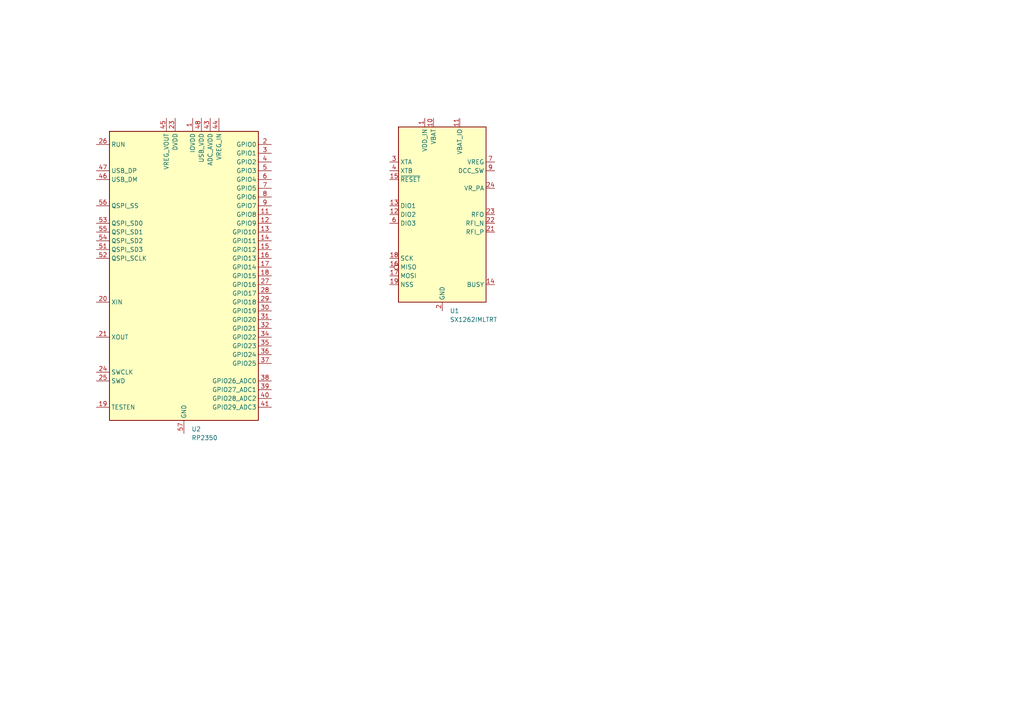
<source format=kicad_sch>
(kicad_sch (version 20231120) (generator "eeschema") (generator_version "8.0")
  (paper "A4")
  (lib_symbols
    (symbol "MCU_RaspberryPi:RP2040"
      (property "Reference" "U" (at 17.78 45.72 0))
      (property "Value" "RP2040" (at 17.78 43.18 0))
      (symbol "RP2040_0_1"
        (rectangle (start -21.59 41.91) (end 21.59 -41.91) (stroke (width 0.254)) (fill (type background)))
      )
      (symbol "RP2040_1_1"
        (pin power_in line (at 2.54 45.72 270) (length 3.81) (name "IOVDD") (number "1"))
        (pin passive line (at 2.54 45.72 270) (length 3.81) hide (name "IOVDD") (number "10"))
        (pin bidirectional line (at 25.4 17.78 180) (length 3.81) (name "GPIO8") (number "11"))
        (pin bidirectional line (at 25.4 15.24 180) (length 3.81) (name "GPIO9") (number "12"))
        (pin bidirectional line (at 25.4 12.7 180) (length 3.81) (name "GPIO10") (number "13"))
        (pin bidirectional line (at 25.4 10.16 180) (length 3.81) (name "GPIO11") (number "14"))
        (pin bidirectional line (at 25.4 7.62 180) (length 3.81) (name "GPIO12") (number "15"))
        (pin bidirectional line (at 25.4 5.08 180) (length 3.81) (name "GPIO13") (number "16"))
        (pin bidirectional line (at 25.4 2.54 180) (length 3.81) (name "GPIO14") (number "17"))
        (pin bidirectional line (at 25.4 0 180) (length 3.81) (name "GPIO15") (number "18"))
        (pin input line (at -25.4 -38.1 0) (length 3.81) (name "TESTEN") (number "19"))
        (pin bidirectional line (at 25.4 38.1 180) (length 3.81) (name "GPIO0") (number "2"))
        (pin input line (at -25.4 -7.62 0) (length 3.81) (name "XIN") (number "20"))
        (pin passive line (at -25.4 -17.78 0) (length 3.81) (name "XOUT") (number "21"))
        (pin passive line (at 2.54 45.72 270) (length 3.81) hide (name "IOVDD") (number "22"))
        (pin power_in line (at -2.54 45.72 270) (length 3.81) (name "DVDD") (number "23"))
        (pin input line (at -25.4 -27.94 0) (length 3.81) (name "SWCLK") (number "24"))
        (pin bidirectional line (at -25.4 -30.48 0) (length 3.81) (name "SWD") (number "25"))
        (pin input line (at -25.4 38.1 0) (length 3.81) (name "RUN") (number "26"))
        (pin bidirectional line (at 25.4 -2.54 180) (length 3.81) (name "GPIO16") (number "27"))
        (pin bidirectional line (at 25.4 -5.08 180) (length 3.81) (name "GPIO17") (number "28"))
        (pin bidirectional line (at 25.4 -7.62 180) (length 3.81) (name "GPIO18") (number "29"))
        (pin bidirectional line (at 25.4 35.56 180) (length 3.81) (name "GPIO1") (number "3"))
        (pin bidirectional line (at 25.4 -10.16 180) (length 3.81) (name "GPIO19") (number "30"))
        (pin bidirectional line (at 25.4 -12.7 180) (length 3.81) (name "GPIO20") (number "31"))
        (pin bidirectional line (at 25.4 -15.24 180) (length 3.81) (name "GPIO21") (number "32"))
        (pin passive line (at 2.54 45.72 270) (length 3.81) hide (name "IOVDD") (number "33"))
        (pin bidirectional line (at 25.4 -17.78 180) (length 3.81) (name "GPIO22") (number "34"))
        (pin bidirectional line (at 25.4 -20.32 180) (length 3.81) (name "GPIO23") (number "35"))
        (pin bidirectional line (at 25.4 -22.86 180) (length 3.81) (name "GPIO24") (number "36"))
        (pin bidirectional line (at 25.4 -25.4 180) (length 3.81) (name "GPIO25") (number "37"))
        (pin bidirectional line (at 25.4 -30.48 180) (length 3.81) (name "GPIO26_ADC0") (number "38"))
        (pin bidirectional line (at 25.4 -33.02 180) (length 3.81) (name "GPIO27_ADC1") (number "39"))
        (pin bidirectional line (at 25.4 33.02 180) (length 3.81) (name "GPIO2") (number "4"))
        (pin bidirectional line (at 25.4 -35.56 180) (length 3.81) (name "GPIO28_ADC2") (number "40"))
        (pin bidirectional line (at 25.4 -38.1 180) (length 3.81) (name "GPIO29_ADC3") (number "41"))
        (pin passive line (at 2.54 45.72 270) (length 3.81) hide (name "IOVDD") (number "42"))
        (pin power_in line (at 7.62 45.72 270) (length 3.81) (name "ADC_AVDD") (number "43"))
        (pin power_in line (at 10.16 45.72 270) (length 3.81) (name "VREG_IN") (number "44"))
        (pin power_out line (at -5.08 45.72 270) (length 3.81) (name "VREG_VOUT") (number "45"))
        (pin bidirectional line (at -25.4 27.94 0) (length 3.81) (name "USB_DM") (number "46"))
        (pin bidirectional line (at -25.4 30.48 0) (length 3.81) (name "USB_DP") (number "47"))
        (pin power_in line (at 5.08 45.72 270) (length 3.81) (name "USB_VDD") (number "48"))
        (pin passive line (at 2.54 45.72 270) (length 3.81) hide (name "IOVDD") (number "49"))
        (pin bidirectional line (at 25.4 30.48 180) (length 3.81) (name "GPIO3") (number "5"))
        (pin passive line (at -2.54 45.72 270) (length 3.81) hide (name "DVDD") (number "50"))
        (pin bidirectional line (at -25.4 7.62 0) (length 3.81) (name "QSPI_SD3") (number "51"))
        (pin output line (at -25.4 5.08 0) (length 3.81) (name "QSPI_SCLK") (number "52"))
        (pin bidirectional line (at -25.4 15.24 0) (length 3.81) (name "QSPI_SD0") (number "53"))
        (pin bidirectional line (at -25.4 10.16 0) (length 3.81) (name "QSPI_SD2") (number "54"))
        (pin bidirectional line (at -25.4 12.7 0) (length 3.81) (name "QSPI_SD1") (number "55"))
        (pin bidirectional line (at -25.4 20.32 0) (length 3.81) (name "QSPI_SS") (number "56"))
        (pin power_in line (at 0 -45.72 90) (length 3.81) (name "GND") (number "57"))
        (pin bidirectional line (at 25.4 27.94 180) (length 3.81) (name "GPIO4") (number "6"))
        (pin bidirectional line (at 25.4 25.4 180) (length 3.81) (name "GPIO5") (number "7"))
        (pin bidirectional line (at 25.4 22.86 180) (length 3.81) (name "GPIO6") (number "8"))
        (pin bidirectional line (at 25.4 20.32 180) (length 3.81) (name "GPIO7") (number "9"))
      )
    )
    (symbol "RF:SX1262IMLTRT"
      (property "Reference" "U" (at 13.97 24.13 0))
      (property "Value" "SX1262IMLTRT" (at 13.97 21.59 0))
      (symbol "SX1262IMLTRT_0_1"
        (rectangle (start -12.7 25.4) (end 12.7 -25.4) (stroke (width 0.254)) (fill (type background)))
      )
      (symbol "SX1262IMLTRT_1_1"
        (pin power_in line (at -5.08 27.94 270) (length 2.54) (name "VDD_IN") (number "1"))
        (pin power_in line (at -2.54 27.94 270) (length 2.54) (name "VBAT") (number "10"))
        (pin power_in line (at 5.08 27.94 270) (length 2.54) (name "VBAT_IO") (number "11"))
        (pin bidirectional line (at -15.24 0 0) (length 2.54) (name "DIO2") (number "12"))
        (pin bidirectional line (at -15.24 2.54 0) (length 2.54) (name "DIO1") (number "13"))
        (pin output line (at 15.24 -20.32 180) (length 2.54) (name "BUSY") (number "14"))
        (pin input line (at -15.24 10.16 0) (length 2.54) (name "~{RESET}") (number "15"))
        (pin tri_state inverted (at -15.24 -15.24 0) (length 2.54) (name "MISO") (number "16"))
        (pin input line (at -15.24 -17.78 0) (length 2.54) (name "MOSI") (number "17"))
        (pin input line (at -15.24 -12.7 0) (length 2.54) (name "SCK") (number "18"))
        (pin input line (at -15.24 -20.32 0) (length 2.54) (name "NSS") (number "19"))
        (pin power_in line (at 0 -27.94 90) (length 2.54) (name "GND") (number "2"))
        (pin passive line (at 0 -27.94 90) (length 2.54) hide (name "GND") (number "20"))
        (pin input line (at 15.24 -5.08 180) (length 2.54) (name "RFI_P") (number "21"))
        (pin input line (at 15.24 -2.54 180) (length 2.54) (name "RFI_N") (number "22"))
        (pin output line (at 15.24 0 180) (length 2.54) (name "RFO") (number "23"))
        (pin power_out line (at 15.24 7.62 180) (length 2.54) (name "VR_PA") (number "24"))
        (pin passive line (at 0 -27.94 90) (length 2.54) hide (name "GND") (number "25"))
        (pin bidirectional line (at -15.24 15.24 0) (length 2.54) (name "XTA") (number "3"))
        (pin bidirectional line (at -15.24 12.7 0) (length 2.54) (name "XTB") (number "4"))
        (pin passive line (at 0 -27.94 90) (length 2.54) hide (name "GND") (number "5"))
        (pin bidirectional line (at -15.24 -2.54 0) (length 2.54) (name "DIO3") (number "6"))
        (pin power_out line (at 15.24 15.24 180) (length 2.54) (name "VREG") (number "7"))
        (pin passive line (at 0 -27.94 90) (length 2.54) hide (name "GND") (number "8"))
        (pin power_out line (at 15.24 12.7 180) (length 2.54) (name "DCC_SW") (number "9"))
      )
    )
  )
  (symbol (lib_id "RF:SX1262IMLTRT") (at 128.27 62.23 0) (unit 1)
    (property "Reference" "U1" (at 130.4641 90.17 0) (effects (justify left)))
    (property "Value" "SX1262IMLTRT" (at 130.4641 92.71 0) (effects (justify left)))
    (property "Footprint" "Package_DFN_QFN:QFN-24-1EP_4x4mm_P0.5mm_EP2.6x2.6mm" (effects (hide yes)))
    (property "Datasheet" "https://semtech.file.force.com/sfc/dist/version/download/?oid=00DE0000000JelG&ids=0682R00000IjPWSQA3&d=%2Fa%2F2R000000Un7F%2FyT.fKdAr9ZAo3cJLc4F2cBdUsMftpT2vsOICP7NmvMo" (effects (hide yes)))
    (property "Description" "150 MHz to 960 MHz Low Power Long Range Transceiver, 22dBm output power, spreading factor from 5 to 12, LoRA, QFN-24" (effects (hide yes)))
  )
  (symbol (lib_id "MCU_RaspberryPi:RP2040") (at 53.34 80.01 0) (unit 1)
    (property "Reference" "U2" (at 55.5341 124.46 0) (effects (justify left)))
    (property "Value" "RP2350" (at 55.5341 127 0) (effects (justify left)))
    (property "Footprint" "Package_DFN_QFN:QFN-56-1EP_7x7mm_P0.4mm_EP3.2x3.2mm" (effects (hide yes)))
    (property "Datasheet" "https://datasheets.raspberrypi.com/rp2040/rp2040-datasheet.pdf" (effects (hide yes)))
    (property "Description" "A microcontroller by Raspberry Pi" (effects (hide yes)))
  )
)
</source>
